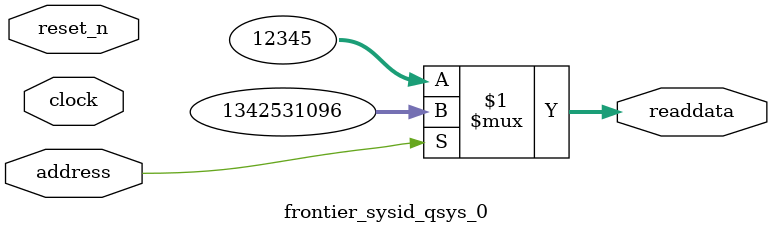
<source format=v>

`timescale 1ns / 1ps
// synthesis translate_on

// turn off superfluous verilog processor warnings 
// altera message_level Level1 
// altera message_off 10034 10035 10036 10037 10230 10240 10030 

module frontier_sysid_qsys_0 (
               // inputs:
                address,
                clock,
                reset_n,

               // outputs:
                readdata
             )
;

  output  [ 31: 0] readdata;
  input            address;
  input            clock;
  input            reset_n;

  wire    [ 31: 0] readdata;
  //control_slave, which is an e_avalon_slave
  assign readdata = address ? 1342531096 : 12345;

endmodule




</source>
